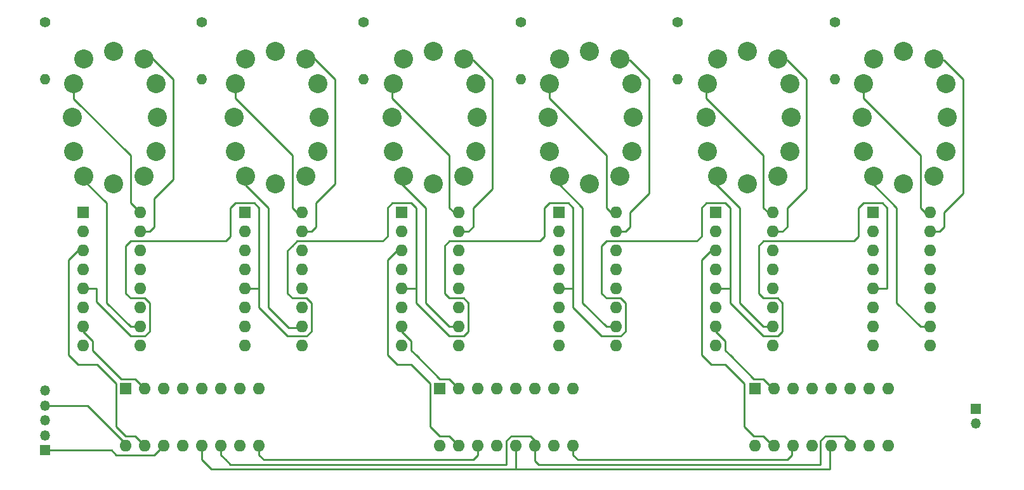
<source format=gbr>
From 2154b240dd549178e672547ee08466f17615c4d7 Mon Sep 17 00:00:00 2001
From: Determinant <ted.sybil@gmail.com>
Date: Sat, 28 Oct 2017 13:00:09 -0400
Subject: add schematic and pcb design

---
 circuits/gbrs/nixie-clock-B.Cu.gbr | 6865 ++++++++++++++++++++++++++++++++++++
 1 file changed, 6865 insertions(+)
 create mode 100644 circuits/gbrs/nixie-clock-B.Cu.gbr

(limited to 'circuits/gbrs/nixie-clock-B.Cu.gbr')

diff --git a/circuits/gbrs/nixie-clock-B.Cu.gbr b/circuits/gbrs/nixie-clock-B.Cu.gbr
new file mode 100644
index 0000000..7724702
--- /dev/null
+++ b/circuits/gbrs/nixie-clock-B.Cu.gbr
@@ -0,0 +1,6865 @@
+G04 #@! TF.FileFunction,Copper,L2,Bot,Signal*
+%FSLAX46Y46*%
+G04 Gerber Fmt 4.6, Leading zero omitted, Abs format (unit mm)*
+G04 Created by KiCad (PCBNEW 4.0.7) date Sun Oct  1 12:43:17 2017*
+%MOMM*%
+%LPD*%
+G01*
+G04 APERTURE LIST*
+%ADD10C,0.100000*%
+%ADD11R,1.350000X1.350000*%
+%ADD12O,1.350000X1.350000*%
+%ADD13C,1.400000*%
+%ADD14O,1.400000X1.400000*%
+%ADD15R,1.600000X1.600000*%
+%ADD16O,1.600000X1.600000*%
+%ADD17C,2.540000*%
+%ADD18C,0.250000*%
+%ADD19C,0.254000*%
+G04 APERTURE END LIST*
+D10*
+D11*
+X165608000Y-76486000D03*
+D12*
+X165608000Y-78486000D03*
+D11*
+X41402000Y-82042000D03*
+D12*
+X41402000Y-80042000D03*
+X41402000Y-78042000D03*
+X41402000Y-76042000D03*
+X41402000Y-74042000D03*
+D13*
+X41402000Y-24892000D03*
+D14*
+X41402000Y-32512000D03*
+D13*
+X62357000Y-24892000D03*
+D14*
+X62357000Y-32512000D03*
+D13*
+X83947000Y-24892000D03*
+D14*
+X83947000Y-32512000D03*
+D13*
+X104902000Y-24892000D03*
+D14*
+X104902000Y-32512000D03*
+D13*
+X125857000Y-24892000D03*
+D14*
+X125857000Y-32512000D03*
+D13*
+X146812000Y-24892000D03*
+D14*
+X146812000Y-32512000D03*
+D15*
+X52197000Y-73787000D03*
+D16*
+X69977000Y-81407000D03*
+X54737000Y-73787000D03*
+X67437000Y-81407000D03*
+X57277000Y-73787000D03*
+X64897000Y-81407000D03*
+X59817000Y-73787000D03*
+X62357000Y-81407000D03*
+X62357000Y-73787000D03*
+X59817000Y-81407000D03*
+X64897000Y-73787000D03*
+X57277000Y-81407000D03*
+X67437000Y-73787000D03*
+X54737000Y-81407000D03*
+X69977000Y-73787000D03*
+X52197000Y-81407000D03*
+D15*
+X94107000Y-73787000D03*
+D16*
+X111887000Y-81407000D03*
+X96647000Y-73787000D03*
+X109347000Y-81407000D03*
+X99187000Y-73787000D03*
+X106807000Y-81407000D03*
+X101727000Y-73787000D03*
+X104267000Y-81407000D03*
+X104267000Y-73787000D03*
+X101727000Y-81407000D03*
+X106807000Y-73787000D03*
+X99187000Y-81407000D03*
+X109347000Y-73787000D03*
+X96647000Y-81407000D03*
+X111887000Y-73787000D03*
+X94107000Y-81407000D03*
+D15*
+X136144000Y-73787000D03*
+D16*
+X153924000Y-81407000D03*
+X138684000Y-73787000D03*
+X151384000Y-81407000D03*
+X141224000Y-73787000D03*
+X148844000Y-81407000D03*
+X143764000Y-73787000D03*
+X146304000Y-81407000D03*
+X146304000Y-73787000D03*
+X143764000Y-81407000D03*
+X148844000Y-73787000D03*
+X141224000Y-81407000D03*
+X151384000Y-73787000D03*
+X138684000Y-81407000D03*
+X153924000Y-73787000D03*
+X136144000Y-81407000D03*
+D15*
+X46482000Y-50292000D03*
+D16*
+X54102000Y-68072000D03*
+X46482000Y-52832000D03*
+X54102000Y-65532000D03*
+X46482000Y-55372000D03*
+X54102000Y-62992000D03*
+X46482000Y-57912000D03*
+X54102000Y-60452000D03*
+X46482000Y-60452000D03*
+X54102000Y-57912000D03*
+X46482000Y-62992000D03*
+X54102000Y-55372000D03*
+X46482000Y-65532000D03*
+X54102000Y-52832000D03*
+X46482000Y-68072000D03*
+X54102000Y-50292000D03*
+D15*
+X68072000Y-50292000D03*
+D16*
+X75692000Y-68072000D03*
+X68072000Y-52832000D03*
+X75692000Y-65532000D03*
+X68072000Y-55372000D03*
+X75692000Y-62992000D03*
+X68072000Y-57912000D03*
+X75692000Y-60452000D03*
+X68072000Y-60452000D03*
+X75692000Y-57912000D03*
+X68072000Y-62992000D03*
+X75692000Y-55372000D03*
+X68072000Y-65532000D03*
+X75692000Y-52832000D03*
+X68072000Y-68072000D03*
+X75692000Y-50292000D03*
+D15*
+X89027000Y-50292000D03*
+D16*
+X96647000Y-68072000D03*
+X89027000Y-52832000D03*
+X96647000Y-65532000D03*
+X89027000Y-55372000D03*
+X96647000Y-62992000D03*
+X89027000Y-57912000D03*
+X96647000Y-60452000D03*
+X89027000Y-60452000D03*
+X96647000Y-57912000D03*
+X89027000Y-62992000D03*
+X96647000Y-55372000D03*
+X89027000Y-65532000D03*
+X96647000Y-52832000D03*
+X89027000Y-68072000D03*
+X96647000Y-50292000D03*
+D15*
+X109982000Y-50292000D03*
+D16*
+X117602000Y-68072000D03*
+X109982000Y-52832000D03*
+X117602000Y-65532000D03*
+X109982000Y-55372000D03*
+X117602000Y-62992000D03*
+X109982000Y-57912000D03*
+X117602000Y-60452000D03*
+X109982000Y-60452000D03*
+X117602000Y-57912000D03*
+X109982000Y-62992000D03*
+X117602000Y-55372000D03*
+X109982000Y-65532000D03*
+X117602000Y-52832000D03*
+X109982000Y-68072000D03*
+X117602000Y-50292000D03*
+D15*
+X130937000Y-50292000D03*
+D16*
+X138557000Y-68072000D03*
+X130937000Y-52832000D03*
+X138557000Y-65532000D03*
+X130937000Y-55372000D03*
+X138557000Y-62992000D03*
+X130937000Y-57912000D03*
+X138557000Y-60452000D03*
+X130937000Y-60452000D03*
+X138557000Y-57912000D03*
+X130937000Y-62992000D03*
+X138557000Y-55372000D03*
+X130937000Y-65532000D03*
+X138557000Y-52832000D03*
+X130937000Y-68072000D03*
+X138557000Y-50292000D03*
+D15*
+X151892000Y-50292000D03*
+D16*
+X159512000Y-68072000D03*
+X151892000Y-52832000D03*
+X159512000Y-65532000D03*
+X151892000Y-55372000D03*
+X159512000Y-62992000D03*
+X151892000Y-57912000D03*
+X159512000Y-60452000D03*
+X151892000Y-60452000D03*
+X159512000Y-57912000D03*
+X151892000Y-62992000D03*
+X159512000Y-55372000D03*
+X151892000Y-65532000D03*
+X159512000Y-52832000D03*
+X151892000Y-68072000D03*
+X159512000Y-50292000D03*
+D17*
+X87917020Y-33093660D03*
+X97279460Y-29776420D03*
+X98963480Y-33093660D03*
+X99090480Y-37592000D03*
+X98963480Y-42090340D03*
+X97279460Y-45407580D03*
+X93281500Y-46408340D03*
+X89283540Y-45407580D03*
+X87917020Y-42090340D03*
+X87790020Y-37592000D03*
+X89283540Y-29776420D03*
+X93281500Y-28775660D03*
+X45245020Y-33093660D03*
+X54607460Y-29776420D03*
+X56291480Y-33093660D03*
+X56418480Y-37592000D03*
+X56291480Y-42090340D03*
+X54607460Y-45407580D03*
+X50609500Y-46408340D03*
+X46611540Y-45407580D03*
+X45245020Y-42090340D03*
+X45118020Y-37592000D03*
+X46611540Y-29776420D03*
+X50609500Y-28775660D03*
+X66835020Y-33093660D03*
+X76197460Y-29776420D03*
+X77881480Y-33093660D03*
+X78008480Y-37592000D03*
+X77881480Y-42090340D03*
+X76197460Y-45407580D03*
+X72199500Y-46408340D03*
+X68201540Y-45407580D03*
+X66835020Y-42090340D03*
+X66708020Y-37592000D03*
+X68201540Y-29776420D03*
+X72199500Y-28775660D03*
+X108745020Y-33093660D03*
+X118107460Y-29776420D03*
+X119791480Y-33093660D03*
+X119918480Y-37592000D03*
+X119791480Y-42090340D03*
+X118107460Y-45407580D03*
+X114109500Y-46408340D03*
+X110111540Y-45407580D03*
+X108745020Y-42090340D03*
+X108618020Y-37592000D03*
+X110111540Y-29776420D03*
+X114109500Y-28775660D03*
+X129827020Y-33093660D03*
+X139189460Y-29776420D03*
+X140873480Y-33093660D03*
+X141000480Y-37592000D03*
+X140873480Y-42090340D03*
+X139189460Y-45407580D03*
+X135191500Y-46408340D03*
+X131193540Y-45407580D03*
+X129827020Y-42090340D03*
+X129700020Y-37592000D03*
+X131193540Y-29776420D03*
+X135191500Y-28775660D03*
+X150655020Y-33093660D03*
+X160017460Y-29776420D03*
+X161701480Y-33093660D03*
+X161828480Y-37592000D03*
+X161701480Y-42090340D03*
+X160017460Y-45407580D03*
+X156019500Y-46408340D03*
+X152021540Y-45407580D03*
+X150655020Y-42090340D03*
+X150528020Y-37592000D03*
+X152021540Y-29776420D03*
+X156019500Y-28775660D03*
+D18*
+X47269400Y-82042000D02*
+X41402000Y-82042000D01*
+X47117000Y-82042000D02*
+X47269400Y-82042000D01*
+X47269400Y-82042000D02*
+X50292000Y-82042000D01*
+X56007000Y-82677000D02*
+X57277000Y-81407000D01*
+X50927000Y-82677000D02*
+X56007000Y-82677000D01*
+X50292000Y-82042000D02*
+X50927000Y-82677000D01*
+X108077000Y-83947000D02*
+X107315000Y-83947000D01*
+X148717000Y-80772000D02*
+X148082000Y-80137000D01*
+X145542000Y-80137000D02*
+X148082000Y-80137000D01*
+X108077000Y-83947000D02*
+X144272000Y-83947000D01*
+X144907000Y-80772000D02*
+X145542000Y-80137000D01*
+X144907000Y-81407000D02*
+X144907000Y-80772000D01*
+X144907000Y-83947000D02*
+X144907000Y-81407000D01*
+X144272000Y-83947000D02*
+X144907000Y-83947000D01*
+X106807000Y-83439000D02*
+X106807000Y-81407000D01*
+X107315000Y-83947000D02*
+X106807000Y-83439000D01*
+X148717000Y-80772000D02*
+X148717000Y-81407000D01*
+X106807000Y-80772000D02*
+X106172000Y-80137000D01*
+X106807000Y-80772000D02*
+X106807000Y-81407000D01*
+X64897000Y-82677000D02*
+X65532000Y-83312000D01*
+X64897000Y-82677000D02*
+X64897000Y-81407000D01*
+X103632000Y-80137000D02*
+X106172000Y-80137000D01*
+X65532000Y-83312000D02*
+X66167000Y-83947000D01*
+X66167000Y-83947000D02*
+X102362000Y-83947000D01*
+X102997000Y-80772000D02*
+X103632000Y-80137000D01*
+X102997000Y-81407000D02*
+X102997000Y-80772000D01*
+X102997000Y-83947000D02*
+X102997000Y-81407000D01*
+X102362000Y-83947000D02*
+X102997000Y-83947000D01*
+X105664000Y-84582000D02*
+X104140000Y-84582000D01*
+X146177000Y-84582000D02*
+X146177000Y-81407000D01*
+X144907000Y-84582000D02*
+X105664000Y-84582000D01*
+X105664000Y-84582000D02*
+X105537000Y-84582000D01*
+X144907000Y-84582000D02*
+X146177000Y-84582000D01*
+X102997000Y-84582000D02*
+X104140000Y-84582000D01*
+X62357000Y-81407000D02*
+X62357000Y-83312000D01*
+X62357000Y-83312000D02*
+X63627000Y-84582000D01*
+X102997000Y-84582000D02*
+X63627000Y-84582000D01*
+X104140000Y-84582000D02*
+X104267000Y-84582000D01*
+X104267000Y-84582000D02*
+X104267000Y-81407000D01*
+X45245020Y-33093660D02*
+X45245020Y-35085020D01*
+X52832000Y-49022000D02*
+X54102000Y-50292000D01*
+X52832000Y-42672000D02*
+X52832000Y-49022000D01*
+X45245020Y-35085020D02*
+X52832000Y-42672000D01*
+X45245020Y-33093660D02*
+X46428660Y-33093660D01*
+X54607460Y-29776420D02*
+X55811420Y-29776420D01*
+X55811420Y-29776420D02*
+X58547000Y-32512000D01*
+X55372000Y-52832000D02*
+X54102000Y-52832000D01*
+X56007000Y-52197000D02*
+X55372000Y-52832000D01*
+X56007000Y-48387000D02*
+X56007000Y-52197000D01*
+X58547000Y-45847000D02*
+X56007000Y-48387000D01*
+X58547000Y-32512000D02*
+X58547000Y-45847000D01*
+X46611540Y-45407580D02*
+X46611540Y-45976540D01*
+X46611540Y-45976540D02*
+X49657000Y-49022000D01*
+X49657000Y-49022000D02*
+X49657000Y-62357000D01*
+X49657000Y-62357000D02*
+X52832000Y-65532000D01*
+X52832000Y-65532000D02*
+X54102000Y-65532000D01*
+X53467000Y-65532000D02*
+X54102000Y-65532000D01*
+X66835020Y-33093660D02*
+X66835020Y-35018980D01*
+X74422000Y-49657000D02*
+X75057000Y-50292000D01*
+X75057000Y-50292000D02*
+X75692000Y-50292000D01*
+X74422000Y-42605960D02*
+X74422000Y-49657000D01*
+X66835020Y-35018980D02*
+X74422000Y-42605960D01*
+X77597000Y-52197000D02*
+X76962000Y-52832000D01*
+X76962000Y-52832000D02*
+X75692000Y-52832000D01*
+X77597000Y-49022000D02*
+X77597000Y-52197000D01*
+X76197460Y-29776420D02*
+X77401420Y-29776420D01*
+X77401420Y-29776420D02*
+X80137000Y-32512000D01*
+X80137000Y-32512000D02*
+X80137000Y-46482000D01*
+X80137000Y-46482000D02*
+X77597000Y-49022000D01*
+X73914000Y-65659000D02*
+X75565000Y-65659000D01*
+X75565000Y-65659000D02*
+X75692000Y-65532000D01*
+X68201540Y-45407580D02*
+X68201540Y-46611540D01*
+X68201540Y-46611540D02*
+X71247000Y-49657000D01*
+X71247000Y-49657000D02*
+X71247000Y-62992000D01*
+X71247000Y-62992000D02*
+X73914000Y-65659000D01*
+X95377000Y-49657000D02*
+X96012000Y-50292000D01*
+X96012000Y-50292000D02*
+X96647000Y-50292000D01*
+X87919560Y-33093660D02*
+X87757000Y-33256220D01*
+X87757000Y-33256220D02*
+X87757000Y-35052000D01*
+X87757000Y-35052000D02*
+X95377000Y-42672000D01*
+X95377000Y-42672000D02*
+X95377000Y-49657000D01*
+X98552000Y-52197000D02*
+X97917000Y-52832000D01*
+X96647000Y-52832000D02*
+X97917000Y-52832000D01*
+X98552000Y-49657000D02*
+X98552000Y-52197000D01*
+X101092000Y-47117000D02*
+X98552000Y-49657000D01*
+X101092000Y-46482000D02*
+X101092000Y-47117000D01*
+X101092000Y-32512000D02*
+X101092000Y-46482000D01*
+X97282000Y-29776420D02*
+X97477580Y-29972000D01*
+X97477580Y-29972000D02*
+X98552000Y-29972000D01*
+X98552000Y-29972000D02*
+X101092000Y-32512000D01*
+X89286080Y-45407580D02*
+X89027000Y-45666660D01*
+X89027000Y-45666660D02*
+X89027000Y-46482000D01*
+X89027000Y-46482000D02*
+X92202000Y-49657000D01*
+X92202000Y-49657000D02*
+X92202000Y-62357000D01*
+X92202000Y-62357000D02*
+X95377000Y-65532000D01*
+X95377000Y-65532000D02*
+X96647000Y-65532000D01*
+X116332000Y-49657000D02*
+X116967000Y-50292000D01*
+X116967000Y-50292000D02*
+X117602000Y-50292000D01*
+X108745020Y-33093660D02*
+X108712000Y-33126680D01*
+X108712000Y-33126680D02*
+X108712000Y-35052000D01*
+X108712000Y-35052000D02*
+X116332000Y-42672000D01*
+X116332000Y-42672000D02*
+X116332000Y-49657000D01*
+X118107460Y-29776420D02*
+X118303040Y-29972000D01*
+X118303040Y-29972000D02*
+X119507000Y-29972000D01*
+X119507000Y-29972000D02*
+X122047000Y-32512000D01*
+X122047000Y-32512000D02*
+X122047000Y-47752000D01*
+X122047000Y-47752000D02*
+X119507000Y-50292000D01*
+X119507000Y-50292000D02*
+X119507000Y-52197000D01*
+X119507000Y-52197000D02*
+X118872000Y-52832000D01*
+X118872000Y-52832000D02*
+X117602000Y-52832000D01*
+X110111540Y-45407580D02*
+X109982000Y-45537120D01*
+X109982000Y-45537120D02*
+X109982000Y-46482000D01*
+X109982000Y-46482000D02*
+X113157000Y-49657000D01*
+X113157000Y-49657000D02*
+X113157000Y-62357000D01*
+X113157000Y-62357000D02*
+X116332000Y-65532000D01*
+X116332000Y-65532000D02*
+X117602000Y-65532000D01*
+X137922000Y-50292000D02*
+X138557000Y-50292000D01*
+X137287000Y-49657000D02*
+X137922000Y-50292000D01*
+X137287000Y-42672000D02*
+X137287000Y-49657000D01*
+X129667000Y-35052000D02*
+X137287000Y-42672000D01*
+X129667000Y-33256220D02*
+X129667000Y-35052000D01*
+X129829560Y-33093660D02*
+X129667000Y-33256220D01*
+X140462000Y-29972000D02*
+X143002000Y-32512000D01*
+X143002000Y-32512000D02*
+X143002000Y-46482000D01*
+X143002000Y-46482000D02*
+X143002000Y-47117000D01*
+X143002000Y-47117000D02*
+X140462000Y-49657000D01*
+X140462000Y-49657000D02*
+X140462000Y-52197000D01*
+X139387580Y-29972000D02*
+X140462000Y-29972000D01*
+X139192000Y-29776420D02*
+X139387580Y-29972000D01*
+X138557000Y-52832000D02*
+X139827000Y-52832000D01*
+X140462000Y-52197000D02*
+X139827000Y-52832000D01*
+X137287000Y-65532000D02*
+X138557000Y-65532000D01*
+X134112000Y-62357000D02*
+X137287000Y-65532000D01*
+X134112000Y-49657000D02*
+X134112000Y-62357000D01*
+X130937000Y-46482000D02*
+X134112000Y-49657000D01*
+X130937000Y-45666660D02*
+X130937000Y-46482000D01*
+X131196080Y-45407580D02*
+X130937000Y-45666660D01*
+X158242000Y-42672000D02*
+X158242000Y-49657000D01*
+X150622000Y-35052000D02*
+X158242000Y-42672000D01*
+X150622000Y-33126680D02*
+X150622000Y-35052000D01*
+X150655020Y-33093660D02*
+X150622000Y-33126680D01*
+X158877000Y-50292000D02*
+X159512000Y-50292000D01*
+X158242000Y-49657000D02*
+X158877000Y-50292000D01*
+X160782000Y-52832000D02*
+X159512000Y-52832000D01*
+X161417000Y-52197000D02*
+X160782000Y-52832000D01*
+X161417000Y-50292000D02*
+X161417000Y-52197000D01*
+X163957000Y-47752000D02*
+X161417000Y-50292000D01*
+X163957000Y-32512000D02*
+X163957000Y-47752000D01*
+X161417000Y-29972000D02*
+X163957000Y-32512000D01*
+X160213040Y-29972000D02*
+X161417000Y-29972000D01*
+X160017460Y-29776420D02*
+X160213040Y-29972000D01*
+X158242000Y-65532000D02*
+X159512000Y-65532000D01*
+X155067000Y-62357000D02*
+X158242000Y-65532000D01*
+X155067000Y-49657000D02*
+X155067000Y-62357000D01*
+X151892000Y-46482000D02*
+X155067000Y-49657000D01*
+X151892000Y-45537120D02*
+X151892000Y-46482000D01*
+X152021540Y-45407580D02*
+X151892000Y-45537120D01*
+X99187000Y-82677000D02*
+X99187000Y-81407000D01*
+X98552000Y-83312000D02*
+X99187000Y-82677000D01*
+X70612000Y-83312000D02*
+X98552000Y-83312000D01*
+X69977000Y-81407000D02*
+X69977000Y-82677000D01*
+X69977000Y-82677000D02*
+X70612000Y-83312000D01*
+X47752000Y-68707000D02*
+X48387000Y-69342000D01*
+X53467000Y-72517000D02*
+X54737000Y-73787000D01*
+X51562000Y-72517000D02*
+X53467000Y-72517000D01*
+X48387000Y-69342000D02*
+X51562000Y-72517000D01*
+X46482000Y-65532000D02*
+X46482000Y-66167000D01*
+X46482000Y-66167000D02*
+X47752000Y-67437000D01*
+X47752000Y-67437000D02*
+X47752000Y-68707000D01*
+X67437000Y-73787000D02*
+X67437000Y-74422000D01*
+X47752000Y-70612000D02*
+X48387000Y-70612000D01*
+X54737000Y-81407000D02*
+X53467000Y-80137000D01*
+X52197000Y-80137000D02*
+X53467000Y-80137000D01*
+X50927000Y-78867000D02*
+X52197000Y-80137000D01*
+X50927000Y-73152000D02*
+X50927000Y-78867000D01*
+X48387000Y-70612000D02*
+X50927000Y-73152000D01*
+X45847000Y-70612000D02*
+X47752000Y-70612000D01*
+X44577000Y-69342000D02*
+X45847000Y-70612000D01*
+X44577000Y-56642000D02*
+X44577000Y-69342000D01*
+X44577000Y-56642000D02*
+X45847000Y-55372000D01*
+X46482000Y-55372000D02*
+X45847000Y-55372000D01*
+X111887000Y-81407000D02*
+X111887000Y-82677000D01*
+X141097000Y-82677000D02*
+X141097000Y-81407000D01*
+X140462000Y-83312000D02*
+X141097000Y-82677000D01*
+X112522000Y-83312000D02*
+X140462000Y-83312000D01*
+X111887000Y-82677000D02*
+X112522000Y-83312000D01*
+X90297000Y-67437000D02*
+X90297000Y-68707000D01*
+X90297000Y-68707000D02*
+X90932000Y-69342000D01*
+X89027000Y-66167000D02*
+X90297000Y-67437000D01*
+X89027000Y-65532000D02*
+X89027000Y-66167000D01*
+X90932000Y-69342000D02*
+X94107000Y-72517000D01*
+X95377000Y-72517000D02*
+X96647000Y-73787000D01*
+X94107000Y-72517000D02*
+X95377000Y-72517000D01*
+X92837000Y-78867000D02*
+X94107000Y-80137000D01*
+X87122000Y-56642000D02*
+X87122000Y-69342000D01*
+X87122000Y-69342000D02*
+X88392000Y-70612000D01*
+X88392000Y-70612000D02*
+X90297000Y-70612000D01*
+X90297000Y-70612000D02*
+X92837000Y-73152000D01*
+X92837000Y-73152000D02*
+X92837000Y-78867000D01*
+X88392000Y-55372000D02*
+X87122000Y-56642000D01*
+X95377000Y-80137000D02*
+X96647000Y-81407000D01*
+X94107000Y-80137000D02*
+X95377000Y-80137000D01*
+X89027000Y-55372000D02*
+X88392000Y-55372000D01*
+X136017000Y-72517000D02*
+X137287000Y-72517000D01*
+X137287000Y-72517000D02*
+X138557000Y-73787000D01*
+X132842000Y-69342000D02*
+X136017000Y-72517000D01*
+X130937000Y-65532000D02*
+X130937000Y-66167000D01*
+X130937000Y-66167000D02*
+X132207000Y-67437000D01*
+X132207000Y-68707000D02*
+X132842000Y-69342000D01*
+X132207000Y-67437000D02*
+X132207000Y-68707000D01*
+X130937000Y-55372000D02*
+X130302000Y-55372000D01*
+X136017000Y-80137000D02*
+X137287000Y-80137000D01*
+X137287000Y-80137000D02*
+X138557000Y-81407000D01*
+X130302000Y-55372000D02*
+X129032000Y-56642000D01*
+X134747000Y-73152000D02*
+X134747000Y-78867000D01*
+X132207000Y-70612000D02*
+X134747000Y-73152000D01*
+X130302000Y-70612000D02*
+X132207000Y-70612000D01*
+X129032000Y-69342000D02*
+X130302000Y-70612000D01*
+X129032000Y-56642000D02*
+X129032000Y-69342000D01*
+X134747000Y-78867000D02*
+X136017000Y-80137000D01*
+X47132500Y-76057500D02*
+X41417500Y-76057500D01*
+X41417500Y-76057500D02*
+X41402000Y-76042000D01*
+X47117000Y-76042000D02*
+X47132500Y-76057500D01*
+X47132500Y-76057500D02*
+X52197000Y-81122000D01*
+X52197000Y-81122000D02*
+X52197000Y-81407000D01*
+X47752000Y-60452000D02*
+X48260000Y-60452000D01*
+X48260000Y-62230000D02*
+X49022000Y-62992000D01*
+X48260000Y-60452000D02*
+X48260000Y-62230000D01*
+X83312000Y-54102000D02*
+X80772000Y-54102000D01*
+X69977000Y-61722000D02*
+X69977000Y-62992000D01*
+X69977000Y-62992000D02*
+X70612000Y-63627000D01*
+X73787000Y-66802000D02*
+X76327000Y-66802000D01*
+X76327000Y-66802000D02*
+X76962000Y-66167000D01*
+X73787000Y-55372000D02*
+X74422000Y-54737000D01*
+X73787000Y-61087000D02*
+X73787000Y-55372000D01*
+X76962000Y-66167000D02*
+X76962000Y-62992000D01*
+X70612000Y-63627000D02*
+X73787000Y-66802000D01*
+X69977000Y-61722000D02*
+X69977000Y-60452000D01*
+X74422000Y-61722000D02*
+X75692000Y-61722000D01*
+X75692000Y-61722000D02*
+X76327000Y-61722000D01*
+X76327000Y-61722000D02*
+X76962000Y-62357000D01*
+X76962000Y-62357000D02*
+X76962000Y-62992000D01*
+X73787000Y-61087000D02*
+X74422000Y-61722000D01*
+X75057000Y-54102000D02*
+X76327000Y-54102000D01*
+X76327000Y-54102000D02*
+X77597000Y-54102000D01*
+X77597000Y-54102000D02*
+X79502000Y-54102000D01*
+X79502000Y-54102000D02*
+X80772000Y-54102000D01*
+X74422000Y-54737000D02*
+X75057000Y-54102000D01*
+X153797000Y-60452000D02*
+X151892000Y-60452000D01*
+X153797000Y-49657000D02*
+X153797000Y-60452000D01*
+X153162000Y-49022000D02*
+X153797000Y-49657000D01*
+X151257000Y-49022000D02*
+X153162000Y-49022000D01*
+X150622000Y-49022000D02*
+X151257000Y-49022000D01*
+X149987000Y-49657000D02*
+X149987000Y-53467000D01*
+X150622000Y-49022000D02*
+X149987000Y-49657000D01*
+X149987000Y-53467000D02*
+X149352000Y-54102000D01*
+X129032000Y-53467000D02*
+X129032000Y-49657000D01*
+X129032000Y-49657000D02*
+X129667000Y-49022000D01*
+X129667000Y-49022000D02*
+X131572000Y-49022000D01*
+X131572000Y-49022000D02*
+X132207000Y-49022000D01*
+X132842000Y-49657000D02*
+X132842000Y-60452000D01*
+X132842000Y-60452000D02*
+X130937000Y-60452000D01*
+X125222000Y-54102000D02*
+X128397000Y-54102000D01*
+X124587000Y-54102000D02*
+X125222000Y-54102000D01*
+X132207000Y-49022000D02*
+X132842000Y-49657000D01*
+X129032000Y-53467000D02*
+X128397000Y-54102000D01*
+X132842000Y-60452000D02*
+X132842000Y-61087000D01*
+X125222000Y-54102000D02*
+X122682000Y-54102000D01*
+X136652000Y-61087000D02*
+X136652000Y-54737000D01*
+X136652000Y-54737000D02*
+X136652000Y-61087000D01*
+X136652000Y-61087000D02*
+X136652000Y-54737000D01*
+X139192000Y-61722000D02*
+X137287000Y-61722000D01*
+X139827000Y-62357000D02*
+X139192000Y-61722000D01*
+X139827000Y-66167000D02*
+X139827000Y-62357000D01*
+X137287000Y-61722000D02*
+X136652000Y-61087000D01*
+X139827000Y-54102000D02*
+X149352000Y-54102000D01*
+X139192000Y-54102000D02*
+X139827000Y-54102000D01*
+X137287000Y-54102000D02*
+X136652000Y-54737000D01*
+X139827000Y-54102000D02*
+X137287000Y-54102000D01*
+X139192000Y-66802000D02*
+X139827000Y-66167000D01*
+X137287000Y-66802000D02*
+X139192000Y-66802000D01*
+X132842000Y-62357000D02*
+X137287000Y-66802000D01*
+X132842000Y-61087000D02*
+X132842000Y-62357000D01*
+X90932000Y-61087000D02*
+X90932000Y-62357000D01*
+X90932000Y-62357000D02*
+X95377000Y-66802000D01*
+X95377000Y-66802000D02*
+X97282000Y-66802000D01*
+X97282000Y-66802000D02*
+X97917000Y-66167000D01*
+X97917000Y-54102000D02*
+X95377000Y-54102000D01*
+X95377000Y-54102000D02*
+X94742000Y-54737000D01*
+X97282000Y-54102000D02*
+X97917000Y-54102000D01*
+X97917000Y-54102000D02*
+X107442000Y-54102000D01*
+X95377000Y-61722000D02*
+X94742000Y-61087000D01*
+X97917000Y-66167000D02*
+X97917000Y-62357000D01*
+X97917000Y-62357000D02*
+X97282000Y-61722000D01*
+X97282000Y-61722000D02*
+X95377000Y-61722000D01*
+X94742000Y-61087000D02*
+X94742000Y-54737000D01*
+X94742000Y-54737000D02*
+X94742000Y-61087000D01*
+X94742000Y-61087000D02*
+X94742000Y-54737000D01*
+X90932000Y-60452000D02*
+X90932000Y-61087000D01*
+X87122000Y-53467000D02*
+X86487000Y-54102000D01*
+X90297000Y-49022000D02*
+X90932000Y-49657000D01*
+X82677000Y-54102000D02*
+X83312000Y-54102000D01*
+X83312000Y-54102000D02*
+X86487000Y-54102000D01*
+X90932000Y-60452000D02*
+X89027000Y-60452000D01*
+X90932000Y-49657000D02*
+X90932000Y-60452000D01*
+X89662000Y-49022000D02*
+X90297000Y-49022000D01*
+X87757000Y-49022000D02*
+X89662000Y-49022000D01*
+X87122000Y-49657000D02*
+X87757000Y-49022000D01*
+X87122000Y-53467000D02*
+X87122000Y-49657000D01*
+X115697000Y-66802000D02*
+X116332000Y-66802000D01*
+X116332000Y-66802000D02*
+X118237000Y-66802000D01*
+X118237000Y-66802000D02*
+X118872000Y-66167000D01*
+X116332000Y-54102000D02*
+X122682000Y-54102000D01*
+X118872000Y-66167000D02*
+X118872000Y-62357000D01*
+X118872000Y-62357000D02*
+X118237000Y-61722000D01*
+X118237000Y-61722000D02*
+X116967000Y-61722000D01*
+X116967000Y-61722000D02*
+X116332000Y-61722000D01*
+X116332000Y-61722000D02*
+X115697000Y-61087000D01*
+X115697000Y-61087000D02*
+X115697000Y-55372000D01*
+X115697000Y-55372000D02*
+X115697000Y-54737000D01*
+X115697000Y-54737000D02*
+X116332000Y-54102000D01*
+X111887000Y-62357000D02*
+X111887000Y-62992000D01*
+X111887000Y-62992000D02*
+X115697000Y-66802000D01*
+X111887000Y-61722000D02*
+X111887000Y-62357000D01*
+X111887000Y-61087000D02*
+X111887000Y-61722000D01*
+X111887000Y-60452000D02*
+X111887000Y-61087000D01*
+X108077000Y-53467000D02*
+X107442000Y-54102000D01*
+X108712000Y-49022000D02*
+X108077000Y-49657000D01*
+X108077000Y-49657000D02*
+X108077000Y-53467000D01*
+X108712000Y-49022000D02*
+X109347000Y-49022000D01*
+X109347000Y-49022000D02*
+X111252000Y-49022000D01*
+X111252000Y-49022000D02*
+X111887000Y-49657000D01*
+X111887000Y-49657000D02*
+X111887000Y-60452000D01*
+X111887000Y-60452000D02*
+X109982000Y-60452000D01*
+X52832000Y-54102000D02*
+X54737000Y-54102000D01*
+X49022000Y-62992000D02*
+X52832000Y-66802000D01*
+X52832000Y-66802000D02*
+X54737000Y-66802000D01*
+X54737000Y-66802000D02*
+X55372000Y-66167000D01*
+X55372000Y-66167000D02*
+X55372000Y-62357000D01*
+X55372000Y-62357000D02*
+X54737000Y-61722000D01*
+X54737000Y-61722000D02*
+X52832000Y-61722000D01*
+X52197000Y-61087000D02*
+X52197000Y-54737000D01*
+X52197000Y-54737000D02*
+X52832000Y-54102000D01*
+X54737000Y-54102000D02*
+X65532000Y-54102000D01*
+X65532000Y-54102000D02*
+X66167000Y-53467000D01*
+X66167000Y-53467000D02*
+X66167000Y-50292000D01*
+X69977000Y-50292000D02*
+X69977000Y-59817000D01*
+X69977000Y-59817000D02*
+X69977000Y-60452000D01*
+X66167000Y-49657000D02*
+X66802000Y-49022000D01*
+X66802000Y-49022000D02*
+X68707000Y-49022000D01*
+X68707000Y-49022000D02*
+X69342000Y-49022000D01*
+X69342000Y-49022000D02*
+X69977000Y-49657000D01*
+X69977000Y-49657000D02*
+X69977000Y-50292000D01*
+X66167000Y-50292000D02*
+X66167000Y-49657000D01*
+X52832000Y-61722000D02*
+X52197000Y-61087000D01*
+X46482000Y-60452000D02*
+X47752000Y-60452000D01*
+X68072000Y-60452000D02*
+X69977000Y-60452000D01*
+D19*
+G36*
+X40646771Y-23759582D02*
+X40270902Y-24134796D01*
+X40067232Y-24625287D01*
+X40066769Y-25156383D01*
+X40269582Y-25647229D01*
+X40644796Y-26023098D01*
+X41135287Y-26226768D01*
+X41666383Y-26227231D01*
+X42157229Y-26024418D01*
+X42533098Y-25649204D01*
+X42736768Y-25158713D01*
+X42737231Y-24627617D01*
+X42534418Y-24136771D01*
+X42159204Y-23760902D01*
+X41699462Y-23570000D01*
+X62060595Y-23570000D01*
+X61601771Y-23759582D01*
+X61225902Y-24134796D01*
+X61022232Y-24625287D01*
+X61021769Y-25156383D01*
+X61224582Y-25647229D01*
+X61599796Y-26023098D01*
+X62090287Y-26226768D01*
+X62621383Y-26227231D01*
+X63112229Y-26024418D01*
+X63488098Y-25649204D01*
+X63691768Y-25158713D01*
+X63692231Y-24627617D01*
+X63489418Y-24136771D01*
+X63114204Y-23760902D01*
+X62654462Y-23570000D01*
+X83650595Y-23570000D01*
+X83191771Y-23759582D01*
+X82815902Y-24134796D01*
+X82612232Y-24625287D01*
+X82611769Y-25156383D01*
+X82814582Y-25647229D01*
+X83189796Y-26023098D01*
+X83680287Y-26226768D01*
+X84211383Y-26227231D01*
+X84702229Y-26024418D01*
+X85078098Y-25649204D01*
+X85281768Y-25158713D01*
+X85282231Y-24627617D01*
+X85079418Y-24136771D01*
+X84704204Y-23760902D01*
+X84244462Y-23570000D01*
+X104605595Y-23570000D01*
+X104146771Y-23759582D01*
+X103770902Y-24134796D01*
+X103567232Y-24625287D01*
+X103566769Y-25156383D01*
+X103769582Y-25647229D01*
+X104144796Y-26023098D01*
+X104635287Y-26226768D01*
+X105166383Y-26227231D01*
+X105657229Y-26024418D01*
+X106033098Y-25649204D01*
+X106236768Y-25158713D01*
+X106237231Y-24627617D01*
+X106034418Y-24136771D01*
+X105659204Y-23760902D01*
+X105199462Y-23570000D01*
+X125560595Y-23570000D01*
+X125101771Y-23759582D01*
+X124725902Y-24134796D01*
+X124522232Y-24625287D01*
+X124521769Y-25156383D01*
+X124724582Y-25647229D01*
+X125099796Y-26023098D01*
+X125590287Y-26226768D01*
+X126121383Y-26227231D01*
+X126612229Y-26024418D01*
+X126988098Y-25649204D01*
+X127191768Y-25158713D01*
+X127192231Y-24627617D01*
+X126989418Y-24136771D01*
+X126614204Y-23760902D01*
+X126154462Y-23570000D01*
+X146515595Y-23570000D01*
+X146056771Y-23759582D01*
+X145680902Y-24134796D01*
+X145477232Y-24625287D01*
+X145476769Y-25156383D01*
+X145679582Y-25647229D01*
+X146054796Y-26023098D01*
+X146545287Y-26226768D01*
+X147076383Y-26227231D01*
+X147567229Y-26024418D01*
+X147943098Y-25649204D01*
+X148146768Y-25158713D01*
+X148147231Y-24627617D01*
+X147944418Y-24136771D01*
+X147569204Y-23760902D01*
+X147109462Y-23570000D01*
+X166808069Y-23570000D01*
+X167572989Y-23722152D01*
+X168162170Y-24115830D01*
+X168555848Y-24705011D01*
+X168708000Y-25469931D01*
+X168708000Y-83750069D01*
+X168555848Y-84514989D01*
+X168162170Y-85104170D01*
+X167572989Y-85497848D01*
+X166808069Y-85650000D01*
+X40709931Y-85650000D01*
+X39945011Y-85497848D01*
+X39355830Y-85104170D01*
+X38962152Y-84514989D01*
+X38810000Y-83750069D01*
+X38810000Y-74042000D01*
+X40066336Y-74042000D01*
+X40166054Y-74543315D01*
+X40450026Y-74968310D01*
+X40560311Y-75042000D01*
+X40450026Y-75115690D01*
+X40166054Y-75540685D01*
+X40066336Y-76042000D01*
+X40166054Y-76543315D01*
+X40450026Y-76968310D01*
+X40560311Y-77042000D01*
+X40450026Y-77115690D01*
+X40166054Y-77540685D01*
+X40066336Y-78042000D01*
+X40166054Y-78543315D01*
+X40450026Y-78968310D01*
+X40560311Y-79042000D01*
+X40450026Y-79115690D01*
+X40166054Y-79540685D01*
+X40066336Y-80042000D01*
+X40166054Y-80543315D01*
+X40367008Y-80844064D01*
+X40275559Y-80902910D01*
+X40130569Y-81115110D01*
+X40079560Y-81367000D01*
+X40079560Y-82717000D01*
+X40123838Y-82952317D01*
+X40262910Y-83168441D01*
+X40475110Y-83313431D01*
+X40727000Y-83364440D01*
+X42077000Y-83364440D01*
+X42312317Y-83320162D01*
+X42528441Y-83181090D01*
+X42673431Y-82968890D01*
+X42707227Y-82802000D01*
+X49977198Y-82802000D01*
+X50389599Y-83214401D01*
+X50636161Y-83379148D01*
+X50927000Y-83437000D01*
+X56007000Y-83437000D01*
+X56297839Y-83379148D01*
+X56544401Y-83214401D01*
+X56953114Y-82805688D01*
+X57277000Y-82870113D01*
+X57826151Y-82760880D01*
+X58291698Y-82449811D01*
+X58561986Y-82045297D01*
+X58664611Y-82262134D01*
+X59079577Y-82638041D01*
+X59467961Y-82798904D01*
+X59690000Y-82676915D01*
+X59690000Y-81534000D01*
+X59670000Y-81534000D01*
+X59670000Y-81280000D01*
+X59690000Y-81280000D01*
+X59690000Y-80137085D01*
+X59467961Y-80015096D01*
+X59079577Y-80175959D01*
+X58664611Y-80551866D01*
+X58561986Y-80768703D01*
+X58291698Y-80364189D01*
+X57826151Y-80053120D01*
+X57277000Y-79943887D01*
+X56727849Y-80053120D01*
+X56262302Y-80364189D01*
+X56007000Y-80746275D01*
+X55751698Y-80364189D01*
+X55286151Y-80053120D01*
+X54737000Y-79943887D01*
+X54413114Y-80008312D01*
+X54004401Y-79599599D01*
+X53757839Y-79434852D01*
+X53467000Y-79377000D01*
+X52511802Y-79377000D01*
+X51687000Y-78552198D01*
+X51687000Y-75234440D01*
+X52997000Y-75234440D01*
+X53232317Y-75190162D01*
+X53448441Y-75051090D01*
+X53593431Y-74838890D01*
+X53624815Y-74683911D01*
+X53722302Y-74829811D01*
+X54187849Y-75140880D01*
+X54737000Y-75250113D01*
+X55286151Y-75140880D01*
+X55751698Y-74829811D01*
+X56007000Y-74447725D01*
+X56262302Y-74829811D01*
+X56727849Y-75140880D01*
+X57277000Y-75250113D01*
+X57826151Y-75140880D01*
+X58291698Y-74829811D01*
+X58547000Y-74447725D01*
+X58802302Y-74829811D01*
+X59267849Y-75140880D01*
+X59817000Y-75250113D01*
+X60366151Y-75140880D01*
+X60831698Y-74829811D01*
+X61087000Y-74447725D01*
+X61342302Y-74829811D01*
+X61807849Y-75140880D01*
+X62357000Y-75250113D01*
+X62906151Y-75140880D01*
+X63371698Y-74829811D01*
+X63627000Y-74447725D01*
+X63882302Y-74829811D01*
+X64347849Y-75140880D01*
+X64897000Y-75250113D01*
+X65446151Y-75140880D01*
+X65911698Y-74829811D01*
+X66167000Y-74447725D01*
+X66422302Y-74829811D01*
+X66887849Y-75140880D01*
+X67437000Y-75250113D01*
+X67986151Y-75140880D01*
+X68451698Y-74829811D01*
+X68721986Y-74425297D01*
+X68824611Y-74642134D01*
+X69239577Y-75018041D01*
+X69627961Y-75178904D01*
+X69850000Y-75056915D01*
+X69850000Y-73914000D01*
+X70104000Y-73914000D01*
+X70104000Y-75056915D01*
+X70326039Y-75178904D01*
+X70714423Y-75018041D01*
+X71129389Y-74642134D01*
+X71368914Y-74136041D01*
+X71247629Y-73914000D01*
+X70104000Y-73914000D01*
+X69850000Y-73914000D01*
+X69830000Y-73914000D01*
+X69830000Y-73660000D01*
+X69850000Y-73660000D01*
+X69850000Y-72517085D01*
+X70104000Y-72517085D01*
+X70104000Y-73660000D01*
+X71247629Y-73660000D01*
+X71368914Y-73437959D01*
+X71129389Y-72931866D01*
+X70714423Y-72555959D01*
+X70326039Y-72395096D01*
+X70104000Y-72517085D01*
+X69850000Y-72517085D01*
+X69627961Y-72395096D01*
+X69239577Y-72555959D01*
+X68824611Y-72931866D01*
+X68721986Y-73148703D01*
+X68451698Y-72744189D01*
+X67986151Y-72433120D01*
+X67437000Y-72323887D01*
+X66887849Y-72433120D01*
+X66422302Y-72744189D01*
+X66167000Y-73126275D01*
+X65911698Y-72744189D01*
+X65446151Y-72433120D01*
+X64897000Y-72323887D01*
+X64347849Y-72433120D01*
+X63882302Y-72744189D01*
+X63627000Y-73126275D01*
+X63371698Y-72744189D01*
+X62906151Y-72433120D01*
+X62357000Y-72323887D01*
+X61807849Y-72433120D01*
+X61342302Y-72744189D01*
+X61087000Y-73126275D01*
+X60831698Y-72744189D01*
+X60366151Y-72433120D01*
+X59817000Y-72323887D01*
+X59267849Y-72433120D01*
+X58802302Y-72744189D01*
+X58547000Y-73126275D01*
+X58291698Y-72744189D01*
+X57826151Y-72433120D01*
+X57277000Y-72323887D01*
+X56727849Y-72433120D01*
+X56262302Y-72744189D01*
+X56007000Y-73126275D01*
+X55751698Y-72744189D01*
+X55286151Y-72433120D01*
+X54737000Y-72323887D01*
+X54413114Y-72388312D01*
+X54004401Y-71979599D01*
+X53757839Y-71814852D01*
+X53467000Y-71757000D01*
+X51876802Y-71757000D01*
+X48512000Y-68392198D01*
+X48512000Y-67437000D01*
+X48454148Y-67146161D01*
+X48454148Y-67146160D01*
+X48289401Y-66899599D01*
+X47689711Y-66299909D01*
+X47835880Y-66081151D01*
+X47945113Y-65532000D01*
+X47835880Y-64982849D01*
+X47524811Y-64517302D01*
+X47142725Y-64262000D01*
+X47524811Y-64006698D01*
+X47835880Y-63541151D01*
+X47945113Y-62992000D01*
+X47944595Y-62989397D01*
+X52294599Y-67339401D01*
+X52541161Y-67504148D01*
+X52743821Y-67544460D01*
+X52638887Y-68072000D01*
+X52748120Y-68621151D01*
+X53059189Y-69086698D01*
+X53524736Y-69397767D01*
+X54073887Y-69507000D01*
+X54130113Y-69507000D01*
+X54679264Y-69397767D01*
+X55144811Y-69086698D01*
+X55455880Y-68621151D01*
+X55565113Y-68072000D01*
+X55455880Y-67522849D01*
+X55309711Y-67304091D01*
+X55909401Y-66704401D01*
+X56074148Y-66457839D01*
+X56132000Y-66167000D01*
+X56132000Y-62357000D01*
+X56074148Y-62066161D01*
+X55909401Y-61819599D01*
+X55307462Y-61217660D01*
+X55333041Y-61189423D01*
+X55493904Y-60801039D01*
+X55371915Y-60579000D01*
+X54229000Y-60579000D01*
+X54229000Y-60599000D01*
+X53975000Y-60599000D01*
+X53975000Y-60579000D01*
+X53955000Y-60579000D01*
+X53955000Y-60325000D01*
+X53975000Y-60325000D01*
+X53975000Y-60305000D01*
+X54229000Y-60305000D01*
+X54229000Y-60325000D01*
+X55371915Y-60325000D01*
+X55493904Y-60102961D01*
+X55333041Y-59714577D01*
+X54957134Y-59299611D01*
+X54740297Y-59196986D01*
+X55144811Y-58926698D01*
+X55455880Y-58461151D01*
+X55565113Y-57912000D01*
+X55455880Y-57362849D01*
+X55144811Y-56897302D01*
+X54762725Y-56642000D01*
+X55144811Y-56386698D01*
+X55455880Y-55921151D01*
+X55565113Y-55372000D01*
+X55463668Y-54862000D01*
+X65532000Y-54862000D01*
+X65822839Y-54804148D01*
+X66069401Y-54639401D01*
+X66704401Y-54004401D01*
+X66869148Y-53757839D01*
+X66892241Y-53641742D01*
+X67029189Y-53846698D01*
+X67411275Y-54102000D01*
+X67029189Y-54357302D01*
+X66718120Y-54822849D01*
+X66608887Y-55372000D01*
+X66718120Y-55921151D01*
+X67029189Y-56386698D01*
+X67411275Y-56642000D01*
+X67029189Y-56897302D01*
+X66718120Y-57362849D01*
+X66608887Y-57912000D01*
+X66718120Y-58461151D01*
+X67029189Y-58926698D01*
+X67411275Y-59182000D01*
+X67029189Y-59437302D01*
+X66718120Y-59902849D01*
+X66608887Y-60452000D01*
+X66718120Y-61001151D01*
+X67029189Y-61466698D01*
+X67411275Y-61722000D01*
+X67029189Y-61977302D01*
+X66718120Y-62442849D01*
+X66608887Y-62992000D01*
+X66718120Y-63541151D01*
+X67029189Y-64006698D01*
+X67411275Y-64262000D01*
+X67029189Y-64517302D01*
+X66718120Y-64982849D01*
+X66608887Y-65532000D01*
+X66718120Y-66081151D01*
+X67029189Y-66546698D01*
+X67411275Y-66802000D01*
+X67029189Y-67057302D01*
+X66718120Y-67522849D01*
+X66608887Y-68072000D01*
+X66718120Y-68621151D01*
+X67029189Y-69086698D01*
+X67494736Y-69397767D01*
+X68043887Y-69507000D01*
+X68100113Y-69507000D01*
+X68649264Y-69397767D01*
+X69114811Y-69086698D01*
+X69425880Y-68621151D01*
+X69535113Y-68072000D01*
+X69425880Y-67522849D01*
+X69114811Y-67057302D01*
+X68732725Y-66802000D01*
+X69114811Y-66546698D01*
+X69425880Y-66081151D01*
+X69535113Y-65532000D01*
+X69425880Y-64982849D01*
+X69114811Y-64517302D01*
+X68732725Y-64262000D01*
+X69114811Y-64006698D01*
+X69425880Y-63541151D01*
+X69430828Y-63516275D01*
+X69439599Y-63529401D01*
+X73249599Y-67339401D01*
+X73496161Y-67504148D01*
+X73787000Y-67562000D01*
+X74330332Y-67562000D01*
+X74228887Y-68072000D01*
+X74338120Y-68621151D01*
+X74649189Y-69086698D01*
+X75114736Y-69397767D01*
+X75663887Y-69507000D01*
+X75720113Y-69507000D01*
+X76269264Y-69397767D01*
+X76734811Y-69086698D01*
+X77045880Y-68621151D01*
+X77155113Y-68072000D01*
+X77045880Y-67522849D01*
+X76899711Y-67304091D01*
+X77499401Y-66704401D01*
+X77664148Y-66457839D01*
+X77722000Y-66167000D01*
+X77722000Y-62357000D01*
+X77664148Y-62066161D01*
+X77499401Y-61819599D01*
+X76897462Y-61217660D01*
+X76923041Y-61189423D01*
+X77083904Y-60801039D01*
+X76961915Y-60579000D01*
+X75819000Y-60579000D01*
+X75819000Y-60599000D01*
+X75565000Y-60599000D01*
+X75565000Y-60579000D01*
+X75545000Y-60579000D01*
+X75545000Y-60325000D01*
+X75565000Y-60325000D01*
+X75565000Y-60305000D01*
+X75819000Y-60305000D01*
+X75819000Y-60325000D01*
+X76961915Y-60325000D01*
+X77083904Y-60102961D01*
+X76923041Y-59714577D01*
+X76547134Y-59299611D01*
+X76330297Y-59196986D01*
+X76734811Y-58926698D01*
+X77045880Y-58461151D01*
+X77155113Y-57912000D01*
+X77045880Y-57362849D01*
+X76734811Y-56897302D01*
+X76352725Y-56642000D01*
+X76734811Y-56386698D01*
+X77045880Y-55921151D01*
+X77155113Y-55372000D01*
+X77053668Y-54862000D01*
+X86487000Y-54862000D01*
+X86777839Y-54804148D01*
+X87024401Y-54639401D01*
+X87659401Y-54004401D01*
+X87824148Y-53757839D01*
+X87847241Y-53641742D01*
+X87984189Y-53846698D01*
+X88366275Y-54102000D01*
+X87984189Y-54357302D01*
+X87673120Y-54822849D01*
+X87625141Y-55064057D01*
+X86584599Y-56104599D01*
+X86419852Y-56351161D01*
+X86362000Y-56642000D01*
+X86362000Y-69342000D01*
+X86419852Y-69632839D01*
+X86584599Y-69879401D01*
+X87854599Y-71149401D01*
+X88101160Y-71314148D01*
+X88392000Y-71372000D01*
+X89982198Y-71372000D01*
+X92077000Y-73466802D01*
+X92077000Y-78867000D01*
+X92134852Y-79157839D01*
+X92299599Y-79404401D01*
+X93192462Y-80297264D01*
+X93092302Y-80364189D01*
+X92781233Y-80829736D01*
+X92672000Y-81378887D01*
+X92672000Y-81435113D01*
+X92781233Y-81984264D01*
+X93092302Y-82449811D01*
+X93245238Y-82552000D01*
+X70926802Y-82552000D01*
+X70891538Y-82516736D01*
+X70991698Y-82449811D01*
+X71302767Y-81984264D01*
+X71412000Y-81435113D01*
+X71412000Y-81378887D01*
+X71302767Y-80829736D01*
+X70991698Y-80364189D01*
+X70526151Y-80053120D01*
+X69977000Y-79943887D01*
+X69427849Y-80053120D01*
+X68962302Y-80364189D01*
+X68707000Y-80746275D01*
+X68451698Y-80364189D01*
+X67986151Y-80053120D01*
+X67437000Y-79943887D01*
+X66887849Y-80053120D01*
+X66422302Y-80364189D01*
+X66167000Y-80746275D01*
+X65911698Y-80364189D01*
+X65446151Y-80053120D01*
+X64897000Y-79943887D01*
+X64347849Y-80053120D01*
+X63882302Y-80364189D01*
+X63627000Y-80746275D01*
+X63371698Y-80364189D01*
+X62906151Y-80053120D01*
+X62357000Y-79943887D01*
+X61807849Y-80053120D01*
+X61342302Y-80364189D01*
+X61072014Y-80768703D01*
+X60969389Y-80551866D01*
+X60554423Y-80175959D01*
+X60166039Y-80015096D01*
+X59944000Y-80137085D01*
+X59944000Y-81280000D01*
+X59964000Y-81280000D01*
+X59964000Y-81534000D01*
+X59944000Y-81534000D01*
+X59944000Y-82676915D01*
+X60166039Y-82798904D01*
+X60554423Y-82638041D01*
+X60969389Y-82262134D01*
+X61072014Y-82045297D01*
+X61342302Y-82449811D01*
+X61597000Y-82619995D01*
+X61597000Y-83312000D01*
+X61654852Y-83602839D01*
+X61819599Y-83849401D01*
+X63089599Y-85119401D01*
+X63336160Y-85284148D01*
+X63627000Y-85342000D01*
+X146177000Y-85342000D01*
+X146467839Y-85284148D01*
+X146714401Y-85119401D01*
+X146879148Y-84872839D01*
+X146937000Y-84582000D01*
+X146937000Y-82704854D01*
+X147318698Y-82449811D01*
+X147574000Y-82067725D01*
+X147829302Y-82449811D01*
+X148294849Y-82760880D01*
+X148844000Y-82870113D01*
+X149393151Y-82760880D01*
+X149858698Y-82449811D01*
+X150114000Y-82067725D01*
+X150369302Y-82449811D01*
+X150834849Y-82760880D01*
+X151384000Y-82870113D01*
+X151933151Y-82760880D01*
+X152398698Y-82449811D01*
+X152654000Y-82067725D01*
+X152909302Y-82449811D01*
+X153374849Y-82760880D01*
+X153924000Y-82870113D01*
+X154473151Y-82760880D01*
+X154938698Y-82449811D01*
+X155249767Y-81984264D01*
+X155359000Y-81435113D01*
+X155359000Y-81378887D01*
+X155249767Y-80829736D01*
+X154938698Y-80364189D01*
+X154473151Y-80053120D01*
+X153924000Y-79943887D01*
+X153374849Y-80053120D01*
+X152909302Y-80364189D01*
+X152654000Y-80746275D01*
+X152398698Y-80364189D01*
+X151933151Y-80053120D01*
+X151384000Y-79943887D01*
+X150834849Y-80053120D01*
+X150369302Y-80364189D01*
+X150114000Y-80746275D01*
+X149858698Y-80364189D01*
+X149393151Y-80053120D01*
+X148993408Y-79973606D01*
+X148619401Y-79599599D01*
+X148372839Y-79434852D01*
+X148082000Y-79377000D01*
+X145542000Y-79377000D01*
+X145251161Y-79434852D01*
+X145004599Y-79599599D01*
+X144449673Y-80154525D01*
+X144113039Y-80015096D01*
+X143891000Y-80137085D01*
+X143891000Y-81280000D01*
+X143911000Y-81280000D01*
+X143911000Y-81534000D01*
+X143891000Y-81534000D01*
+X143891000Y-82676915D01*
+X144113039Y-82798904D01*
+X144147000Y-82784838D01*
+X144147000Y-83187000D01*
+X141652710Y-83187000D01*
+X141799148Y-82967839D01*
+X141850610Y-82709123D01*
+X142238698Y-82449811D01*
+X142508986Y-82045297D01*
+X142611611Y-82262134D01*
+X143026577Y-82638041D01*
+X143414961Y-82798904D01*
+X143637000Y-82676915D01*
+X143637000Y-81534000D01*
+X143617000Y-81534000D01*
+X143617000Y-81280000D01*
+X143637000Y-81280000D01*
+X143637000Y-80137085D01*
+X143414961Y-80015096D01*
+X143026577Y-80175959D01*
+X142611611Y-80551866D01*
+X142508986Y-80768703D01*
+X142238698Y-80364189D01*
+X141773151Y-80053120D01*
+X141224000Y-79943887D01*
+X140674849Y-80053120D01*
+X140209302Y-80364189D01*
+X139954000Y-80746275D01*
+X139698698Y-80364189D01*
+X139233151Y-80053120D01*
+X138684000Y-79943887D01*
+X138254185Y-80029383D01*
+X137824401Y-79599599D01*
+X137577839Y-79434852D01*
+X137287000Y-79377000D01*
+X136331802Y-79377000D01*
+X135770202Y-78815400D01*
+X164340090Y-78815400D01*
+X164478522Y-79149633D01*
+X164818460Y-79531349D01*
+X165278598Y-79753920D01*
+X165481000Y-79631090D01*
+X165481000Y-78613000D01*
+X165735000Y-78613000D01*
+X165735000Y-79631090D01*
+X165937402Y-79753920D01*
+X166397540Y-79531349D01*
+X166737478Y-79149633D01*
+X166875910Y-78815400D01*
+X166752224Y-78613000D01*
+X165735000Y-78613000D01*
+X165481000Y-78613000D01*
+X164463776Y-78613000D01*
+X164340090Y-78815400D01*
+X135770202Y-78815400D01*
+X135507000Y-78552198D01*
+X135507000Y-75811000D01*
+X164285560Y-75811000D01*
+X164285560Y-77161000D01*
+X164329838Y-77396317D01*
+X164468910Y-77612441D01*
+X164591113Y-77695939D01*
+X164478522Y-77822367D01*
+X164340090Y-78156600D01*
+X164463776Y-78359000D01*
+X165481000Y-78359000D01*
+X165481000Y-78339000D01*
+X165735000Y-78339000D01*
+X165735000Y-78359000D01*
+X166752224Y-78359000D01*
+X166875910Y-78156600D01*
+X166737478Y-77822367D01*
+X166624687Y-77695715D01*
+X166734441Y-77625090D01*
+X166879431Y-77412890D01*
+X166930440Y-77161000D01*
+X166930440Y-75811000D01*
+X166886162Y-75575683D01*
+X166747090Y-75359559D01*
+X166534890Y-75214569D01*
+X166283000Y-75163560D01*
+X164933000Y-75163560D01*
+X164697683Y-75207838D01*
+X164481559Y-75346910D01*
+X164336569Y-75559110D01*
+X164285560Y-75811000D01*
+X135507000Y-75811000D01*
+X135507000Y-75234440D01*
+X136944000Y-75234440D01*
+X137179317Y-75190162D01*
+X137395441Y-75051090D01*
+X137540431Y-74838890D01*
+X137571815Y-74683911D01*
+X137669302Y-74829811D01*
+X138134849Y-75140880D01*
+X138684000Y-75250113D01*
+X139233151Y-75140880D01*
+X139698698Y-74829811D01*
+X139954000Y-74447725D01*
+X140209302Y-74829811D01*
+X140674849Y-75140880D01*
+X141224000Y-75250113D01*
+X141773151Y-75140880D01*
+X142238698Y-74829811D01*
+X142494000Y-74447725D01*
+X142749302Y-74829811D01*
+X143214849Y-75140880D01*
+X143764000Y-75250113D01*
+X144313151Y-75140880D01*
+X144778698Y-74829811D01*
+X145034000Y-74447725D01*
+X145289302Y-74829811D01*
+X145754849Y-75140880D01*
+X146304000Y-75250113D01*
+X146853151Y-75140880D01*
+X147318698Y-74829811D01*
+X147574000Y-74447725D01*
+X147829302Y-74829811D01*
+X148294849Y-75140880D01*
+X148844000Y-75250113D01*
+X149393151Y-75140880D01*
+X149858698Y-74829811D01*
+X150114000Y-74447725D01*
+X150369302Y-74829811D01*
+X150834849Y-75140880D01*
+X151384000Y-75250113D01*
+X151933151Y-75140880D01*
+X152398698Y-74829811D01*
+X152668986Y-74425297D01*
+X152771611Y-74642134D01*
+X153186577Y-75018041D01*
+X153574961Y-75178904D01*
+X153797000Y-75056915D01*
+X153797000Y-73914000D01*
+X154051000Y-73914000D01*
+X154051000Y-75056915D01*
+X154273039Y-75178904D01*
+X154661423Y-75018041D01*
+X155076389Y-74642134D01*
+X155315914Y-74136041D01*
+X155194629Y-73914000D01*
+X154051000Y-73914000D01*
+X153797000Y-73914000D01*
+X153777000Y-73914000D01*
+X153777000Y-73660000D01*
+X153797000Y-73660000D01*
+X153797000Y-72517085D01*
+X154051000Y-72517085D01*
+X154051000Y-73660000D01*
+X155194629Y-73660000D01*
+X155315914Y-73437959D01*
+X155076389Y-72931866D01*
+X154661423Y-72555959D01*
+X154273039Y-72395096D01*
+X154051000Y-72517085D01*
+X153797000Y-72517085D01*
+X153574961Y-72395096D01*
+X153186577Y-72555959D01*
+X152771611Y-72931866D01*
+X152668986Y-73148703D01*
+X152398698Y-72744189D01*
+X151933151Y-72433120D01*
+X151384000Y-72323887D01*
+X150834849Y-72433120D01*
+X150369302Y-72744189D01*
+X150114000Y-73126275D01*
+X149858698Y-72744189D01*
+X149393151Y-72433120D01*
+X148844000Y-72323887D01*
+X148294849Y-72433120D01*
+X147829302Y-72744189D01*
+X147574000Y-73126275D01*
+X147318698Y-72744189D01*
+X146853151Y-72433120D01*
+X146304000Y-72323887D01*
+X145754849Y-72433120D01*
+X145289302Y-72744189D01*
+X145034000Y-73126275D01*
+X144778698Y-72744189D01*
+X144313151Y-72433120D01*
+X143764000Y-72323887D01*
+X143214849Y-72433120D01*
+X142749302Y-72744189D01*
+X142494000Y-73126275D01*
+X142238698Y-72744189D01*
+X141773151Y-72433120D01*
+X141224000Y-72323887D01*
+X140674849Y-72433120D01*
+X140209302Y-72744189D01*
+X139954000Y-73126275D01*
+X139698698Y-72744189D01*
+X139233151Y-72433120D01*
+X138684000Y-72323887D01*
+X138254185Y-72409383D01*
+X137824401Y-71979599D01*
+X137577839Y-71814852D01*
+X137287000Y-71757000D01*
+X136331802Y-71757000D01*
+X132967000Y-68392198D01*
+X132967000Y-67437000D01*
+X132909148Y-67146161D01*
+X132909148Y-67146160D01*
+X132744401Y-66899599D01*
+X132144711Y-66299909D01*
+X132290880Y-66081151D01*
+X132400113Y-65532000D01*
+X132290880Y-64982849D01*
+X131979811Y-64517302D01*
+X131597725Y-64262000D01*
+X131979811Y-64006698D01*
+X132290880Y-63541151D01*
+X132400113Y-62992000D01*
+X132399595Y-62989397D01*
+X136749599Y-67339401D01*
+X136996160Y-67504148D01*
+X137198821Y-67544460D01*
+X137093887Y-68072000D01*
+X137203120Y-68621151D01*
+X137514189Y-69086698D01*
+X137979736Y-69397767D01*
+X138528887Y-69507000D01*
+X138585113Y-69507000D01*
+X139134264Y-69397767D01*
+X139599811Y-69086698D01*
+X139910880Y-68621151D01*
+X140020113Y-68072000D01*
+X139910880Y-67522849D01*
+X139764711Y-67304091D01*
+X140364401Y-66704401D01*
+X140529148Y-66457839D01*
+X140587000Y-66167000D01*
+X140587000Y-62357000D01*
+X140529148Y-62066161D01*
+X140364401Y-61819599D01*
+X139762462Y-61217660D01*
+X139788041Y-61189423D01*
+X139948904Y-60801039D01*
+X139826915Y-60579000D01*
+X138684000Y-60579000D01*
+X138684000Y-60599000D01*
+X138430000Y-60599000D01*
+X138430000Y-60579000D01*
+X138410000Y-60579000D01*
+X138410000Y-60325000D01*
+X138430000Y-60325000D01*
+X138430000Y-60305000D01*
+X138684000Y-60305000D01*
+X138684000Y-60325000D01*
+X139826915Y-60325000D01*
+X139948904Y-60102961D01*
+X139788041Y-59714577D01*
+X139412134Y-59299611D01*
+X139195297Y-59196986D01*
+X139599811Y-58926698D01*
+X139910880Y-58461151D01*
+X140020113Y-57912000D01*
+X139910880Y-57362849D01*
+X139599811Y-56897302D01*
+X139217725Y-56642000D01*
+X139599811Y-56386698D01*
+X139910880Y-55921151D01*
+X140020113Y-55372000D01*
+X139918668Y-54862000D01*
+X149352000Y-54862000D01*
+X149642839Y-54804148D01*
+X149889401Y-54639401D01*
+X150524401Y-54004401D01*
+X150689148Y-53757839D01*
+X150712241Y-53641742D01*
+X150849189Y-53846698D01*
+X151231275Y-54102000D01*
+X150849189Y-54357302D01*
+X150538120Y-54822849D01*
+X150428887Y-55372000D01*
+X150538120Y-55921151D01*
+X150849189Y-56386698D01*
+X151231275Y-56642000D01*
+X150849189Y-56897302D01*
+X150538120Y-57362849D01*
+X150428887Y-57912000D01*
+X150538120Y-58461151D01*
+X150849189Y-58926698D01*
+X151231275Y-59182000D01*
+X150849189Y-59437302D01*
+X150538120Y-59902849D01*
+X150428887Y-60452000D01*
+X150538120Y-61001151D01*
+X150849189Y-61466698D01*
+X151231275Y-61722000D01*
+X150849189Y-61977302D01*
+X150538120Y-62442849D01*
+X150428887Y-62992000D01*
+X150538120Y-63541151D01*
+X150849189Y-64006698D01*
+X151231275Y-64262000D01*
+X150849189Y-64517302D01*
+X150538120Y-64982849D01*
+X150428887Y-65532000D01*
+X150538120Y-66081151D01*
+X150849189Y-66546698D01*
+X151231275Y-66802000D01*
+X150849189Y-67057302D01*
+X150538120Y-67522849D01*
+X150428887Y-68072000D01*
+X150538120Y-68621151D01*
+X150849189Y-69086698D01*
+X151314736Y-69397767D01*
+X151863887Y-69507000D01*
+X151920113Y-69507000D01*
+X152469264Y-69397767D01*
+X152934811Y-69086698D01*
+X153245880Y-68621151D01*
+X153355113Y-68072000D01*
+X153245880Y-67522849D01*
+X152934811Y-67057302D01*
+X152552725Y-66802000D01*
+X152934811Y-66546698D01*
+X153245880Y-66081151D01*
+X153355113Y-65532000D01*
+X153245880Y-64982849D01*
+X152934811Y-64517302D01*
+X152552725Y-64262000D01*
+X152934811Y-64006698D01*
+X153245880Y-63541151D01*
+X153355113Y-62992000D01*
+X153245880Y-62442849D01*
+X152934811Y-61977302D01*
+X152552725Y-61722000D01*
+X152934811Y-61466698D01*
+X153104995Y-61212000D01*
+X153797000Y-61212000D01*
+X154087839Y-61154148D01*
+X154307000Y-61007710D01*
+X154307000Y-62357000D01*
+X154364852Y-62647839D01*
+X154529599Y-62894401D01*
+X157704599Y-66069401D01*
+X157951161Y-66234148D01*
+X158242000Y-66292000D01*
+X158299005Y-66292000D01*
+X158469189Y-66546698D01*
+X158851275Y-66802000D01*
+X158469189Y-67057302D01*
+X158158120Y-67522849D01*
+X158048887Y-68072000D01*
+X158158120Y-68621151D01*
+X158469189Y-69086698D01*
+X158934736Y-69397767D01*
+X159483887Y-69507000D01*
+X159540113Y-69507000D01*
+X160089264Y-69397767D01*
+X160554811Y-69086698D01*
+X160865880Y-68621151D01*
+X160975113Y-68072000D01*
+X160865880Y-67522849D01*
+X160554811Y-67057302D01*
+X160172725Y-66802000D01*
+X160554811Y-66546698D01*
+X160865880Y-66081151D01*
+X160975113Y-65532000D01*
+X160865880Y-64982849D01*
+X160554811Y-64517302D01*
+X160172725Y-64262000D01*
+X160554811Y-64006698D01*
+X160865880Y-63541151D01*
+X160975113Y-62992000D01*
+X160865880Y-62442849D01*
+X160554811Y-61977302D01*
+X160150297Y-61707014D01*
+X160367134Y-61604389D01*
+X160743041Y-61189423D01*
+X160903904Y-60801039D01*
+X160781915Y-60579000D01*
+X159639000Y-60579000D01*
+X159639000Y-60599000D01*
+X159385000Y-60599000D01*
+X159385000Y-60579000D01*
+X158242085Y-60579000D01*
+X158120096Y-60801039D01*
+X158280959Y-61189423D01*
+X158656866Y-61604389D01*
+X158873703Y-61707014D01*
+X158469189Y-61977302D01*
+X158158120Y-62442849D01*
+X158048887Y-62992000D01*
+X158158120Y-63541151D01*
+X158469189Y-64006698D01*
+X158851275Y-64262000D01*
+X158469189Y-64517302D01*
+X158402264Y-64617462D01*
+X155827000Y-62042198D01*
+X155827000Y-49657000D01*
+X155769148Y-49366161D01*
+X155604401Y-49119599D01*
+X153303944Y-46819142D01*
+X153635579Y-46488085D01*
+X153926208Y-45788170D01*
+X153926870Y-45030315D01*
+X153637462Y-44329894D01*
+X153102045Y-43793541D01*
+X152402130Y-43502912D01*
+X151936819Y-43502506D01*
+X152269059Y-43170845D01*
+X152559688Y-42470930D01*
+X152560350Y-41713075D01*
+X152270942Y-41012654D01*
+X151735525Y-40476301D01*
+X151035610Y-40185672D01*
+X150277755Y-40185010D01*
+X149577334Y-40474418D01*
+X149040981Y-41009835D01*
+X148750352Y-41709750D01*
+X148749690Y-42467605D01*
+X149039098Y-43168026D01*
+X149574515Y-43704379D01*
+X150274430Y-43995008D01*
+X150739741Y-43995414D01*
+X150407501Y-44327075D01*
+X150116872Y-45026990D01*
+X150116210Y-45784845D01*
+X150405618Y-46485266D01*
+X150941035Y-47021619D01*
+X151640950Y-47312248D01*
+X151647452Y-47312254D01*
+X152597198Y-48262000D01*
+X150622000Y-48262000D01*
+X150331161Y-48319852D01*
+X150084599Y-48484599D01*
+X149449599Y-49119599D01*
+X149284852Y-49366161D01*
+X149227000Y-49657000D01*
+X149227000Y-53152198D01*
+X149037198Y-53342000D01*
+X140391802Y-53342000D01*
+X140999401Y-52734401D01*
+X141164148Y-52487839D01*
+X141222000Y-52197000D01*
+X141222000Y-49971802D01*
+X143539401Y-47654401D01*
+X143704148Y-47407840D01*
+X143723162Y-47312248D01*
+X143762000Y-47117000D01*
+X143762000Y-37969265D01*
+X148622690Y-37969265D01*
+X148912098Y-38669686D01*
+X149447515Y-39206039D01*
+X150147430Y-39496668D01*
+X150905285Y-39497330D01*
+X151605706Y-39207922D01*
+X152142059Y-38672505D01*
+X152432688Y-37972590D01*
+X152432719Y-37937521D01*
+X157482000Y-42986802D01*
+X157482000Y-45176964D01*
+X157100005Y-44794301D01*
+X156400090Y-44503672D01*
+X155642235Y-44503010D01*
+X154941814Y-44792418D01*
+X154405461Y-45327835D01*
+X154114832Y-46027750D01*
+X154114170Y-46785605D01*
+X154403578Y-47486026D01*
+X154938995Y-48022379D01*
+X155638910Y-48313008D01*
+X156396765Y-48313670D01*
+X157097186Y-48024262D01*
+X157482000Y-47640120D01*
+X157482000Y-49657000D01*
+X157539852Y-49947839D01*
+X157704599Y-50194401D01*
+X158110141Y-50599943D01*
+X158158120Y-50841151D01*
+X158469189Y-51306698D01*
+X158851275Y-51562000D01*
+X158469189Y-51817302D01*
+X158158120Y-52282849D01*
+X158048887Y-52832000D01*
+X158158120Y-53381151D01*
+X158469189Y-53846698D01*
+X158851275Y-54102000D01*
+X158469189Y-54357302D01*
+X158158120Y-54822849D01*
+X158048887Y-55372000D01*
+X158158120Y-55921151D01*
+X158469189Y-56386698D01*
+X158851275Y-56642000D01*
+X158469189Y-56897302D01*
+X158158120Y-57362849D01*
+X158048887Y-57912000D01*
+X158158120Y-58461151D01*
+X158469189Y-58926698D01*
+X158873703Y-59196986D01*
+X158656866Y-59299611D01*
+X158280959Y-59714577D01*
+X158120096Y-60102961D01*
+X158242085Y-60325000D01*
+X159385000Y-60325000D01*
+X159385000Y-60305000D01*
+X159639000Y-60305000D01*
+X159639000Y-60325000D01*
+X160781915Y-60325000D01*
+X160903904Y-60102961D01*
+X160743041Y-59714577D01*
+X160367134Y-59299611D01*
+X160150297Y-59196986D01*
+X160554811Y-58926698D01*
+X160865880Y-58461151D01*
+X160975113Y-57912000D01*
+X160865880Y-57362849D01*
+X160554811Y-56897302D01*
+X160172725Y-56642000D01*
+X160554811Y-56386698D01*
+X160865880Y-55921151D01*
+X160975113Y-55372000D01*
+X160865880Y-54822849D01*
+X160554811Y-54357302D01*
+X160172725Y-54102000D01*
+X160554811Y-53846698D01*
+X160724995Y-53592000D01*
+X160782000Y-53592000D01*
+X161072839Y-53534148D01*
+X161319401Y-53369401D01*
+X161954401Y-52734401D01*
+X162119148Y-52487839D01*
+X162177000Y-52197000D01*
+X162177000Y-50606802D01*
+X164494401Y-48289401D01*
+X164659148Y-48042840D01*
+X164668746Y-47994586D01*
+X164717000Y-47752000D01*
+X164717000Y-32512000D01*
+X164659148Y-32221161D01*
+X164659148Y-32221160D01*
+X164494401Y-31974599D01*
+X161954401Y-29434599D01*
+X161922777Y-29413469D01*
+X161922790Y-29399155D01*
+X161633382Y-28698734D01*
+X161097965Y-28162381D01*
+X160398050Y-27871752D01*
+X159640195Y-27871090D01*
+X158939774Y-28160498D01*
+X158403421Y-28695915D01*
+X158112792Y-29395830D01*
+X158112130Y-30153685D01*
+X158401538Y-30854106D01*
+X158936955Y-31390459D01*
+X159636870Y-31681088D01*
+X160394725Y-31681750D01*
+X160436870Y-31664336D01*
+X160087441Y-32013155D01*
+X159796812Y-32713070D01*
+X159796150Y-33470925D01*
+X160085558Y-34171346D01*
+X160620975Y-34707699D01*
+X161320890Y-34998328D01*
+X162078745Y-34998990D01*
+X162779166Y-34709582D01*
+X163197000Y-34292477D01*
+X163197000Y-36266479D01*
+X162908985Y-35977961D01*
+X162209070Y-35687332D01*
+X161451215Y-35686670D01*
+X160750794Y-35976078D01*
+X160214441Y-36511495D01*
+X159923812Y-37211410D01*
+X159923150Y-37969265D01*
+X160212558Y-38669686D01*
+X160747975Y-39206039D01*
+X161447890Y-39496668D01*
+X162205745Y-39497330D01*
+X162906166Y-39207922D01*
+X163197000Y-38917596D01*
+X163197000Y-40892042D01*
+X162781985Y-40476301D01*
+X162082070Y-40185672D01*
+X161324215Y-40185010D01*
+X160623794Y-40474418D01*
+X160087441Y-41009835D01*
+X159796812Y-41709750D01*
+X159796150Y-42467605D01*
+X160085558Y-43168026D01*
+X160435300Y-43518380D01*
+X160398050Y-43502912D01*
+X159640195Y-43502250D01*
+X159002000Y-43765947D01*
+X159002000Y-42672000D01*
+X158944148Y-42381161D01*
+X158944148Y-42381160D01*
+X158779401Y-42134599D01*
+X151464998Y-34820196D01*
+X151732706Y-34709582D01*
+X152269059Y-34174165D01*
+X152559688Y-33474250D01*
+X152560350Y-32716395D01*
+X152270942Y-32015974D01*
+X151936898Y-31681347D01*
+X152398805Y-31681750D01*
+X153099226Y-31392342D01*
+X153635579Y-30856925D01*
+X153926208Y-30157010D01*
+X153926870Y-29399155D01*
+X153825130Y-29152925D01*
+X154114170Y-29152925D01*
+X154403578Y-29853346D01*
+X154938995Y-30389699D01*
+X155638910Y-30680328D01*
+X156396765Y-30680990D01*
+X157097186Y-30391582D01*
+X157633539Y-29856165D01*
+X157924168Y-29156250D01*
+X157924830Y-28398395D01*
+X157635422Y-27697974D01*
+X157100005Y-27161621D01*
+X156400090Y-26870992D01*
+X155642235Y-26870330D01*
+X154941814Y-27159738D01*
+X154405461Y-27695155D01*
+X154114832Y-28395070D01*
+X154114170Y-29152925D01*
+X153825130Y-29152925D01*
+X153637462Y-28698734D01*
+X153102045Y-28162381D01*
+X152402130Y-27871752D01*
+X151644275Y-27871090D01*
+X150943854Y-28160498D01*
+X150407501Y-28695915D01*
+X150116872Y-29395830D01*
+X150116210Y-30153685D01*
+X150405618Y-30854106D01*
+X150739662Y-31188733D01*
+X150277755Y-31188330D01*
+X149577334Y-31477738D01*
+X149040981Y-32013155D01*
+X148750352Y-32713070D01*
+X148749690Y-33470925D01*
+X149039098Y-34171346D01*
+X149574515Y-34707699D01*
+X149862000Y-34827073D01*
+X149862000Y-35052000D01*
+X149919852Y-35342839D01*
+X150084599Y-35589401D01*
+X150181895Y-35686697D01*
+X150150755Y-35686670D01*
+X149450334Y-35976078D01*
+X148913981Y-36511495D01*
+X148623352Y-37211410D01*
+X148622690Y-37969265D01*
+X143762000Y-37969265D01*
+X143762000Y-32512000D01*
+X143756798Y-32485846D01*
+X145477000Y-32485846D01*
+X145477000Y-32538154D01*
+X145578621Y-33049036D01*
+X145868012Y-33482142D01*
+X146301118Y-33771533D01*
+X146812000Y-33873154D01*
+X147322882Y-33771533D01*
+X147755988Y-33482142D01*
+X148045379Y-33049036D01*
+X148147000Y-32538154D01*
+X148147000Y-32485846D01*
+X148045379Y-31974964D01*
+X147755988Y-31541858D01*
+X147322882Y-31252467D01*
+X146812000Y-31150846D01*
+X146301118Y-31252467D01*
+X145868012Y-31541858D01*
+X145578621Y-31974964D01*
+X145477000Y-32485846D01*
+X143756798Y-32485846D01*
+X143704148Y-32221161D01*
+X143704148Y-32221160D01*
+X143539401Y-31974599D01*
+X141094676Y-29529874D01*
+X141094790Y-29399155D01*
+X140805382Y-28698734D01*
+X140269965Y-28162381D01*
+X139570050Y-27871752D01*
+X138812195Y-27871090D01*
+X138111774Y-28160498D01*
+X137575421Y-28695915D01*
+X137284792Y-29395830D01*
+X137284130Y-30153685D01*
+X137573538Y-30854106D01*
+X138108955Y-31390459D01*
+X138808870Y-31681088D01*
+X139566725Y-31681750D01*
+X139608870Y-31664336D01*
+X139259441Y-32013155D01*
+X138968812Y-32713070D01*
+X138968150Y-33470925D01*
+X139257558Y-34171346D01*
+X139792975Y-34707699D01*
+X140492890Y-34998328D01*
+X141250745Y-34998990D01*
+X141951166Y-34709582D01*
+X142242000Y-34419256D01*
+X142242000Y-36139257D01*
+X142080985Y-35977961D01*
+X141381070Y-35687332D01*
+X140623215Y-35686670D01*
+X139922794Y-35976078D01*
+X139386441Y-36511495D01*
+X139095812Y-37211410D01*
+X139095150Y-37969265D01*
+X139384558Y-38669686D01*
+X139919975Y-39206039D01*
+X140619890Y-39496668D01*
+X141377745Y-39497330D01*
+X142078166Y-39207922D01*
+X142242000Y-39044374D01*
+X142242000Y-40764819D01*
+X141953985Y-40476301D01*
+X141254070Y-40185672D01*
+X140496215Y-40185010D01*
+X139795794Y-40474418D01*
+X139259441Y-41009835D01*
+X138968812Y-41709750D01*
+X138968150Y-42467605D01*
+X139257558Y-43168026D01*
+X139607300Y-43518380D01*
+X139570050Y-43502912D01*
+X138812195Y-43502250D01*
+X138111774Y-43791658D01*
+X138047000Y-43856319D01*
+X138047000Y-42672000D01*
+X137989148Y-42381161D01*
+X137989148Y-42381160D01*
+X137824401Y-42134599D01*
+X130547131Y-34857329D01*
+X130904706Y-34709582D01*
+X131441059Y-34174165D01*
+X131731688Y-33474250D01*
+X131732350Y-32716395D01*
+X131442942Y-32015974D01*
+X131108898Y-31681347D01*
+X131570805Y-31681750D01*
+X132271226Y-31392342D01*
+X132807579Y-30856925D01*
+X133098208Y-30157010D01*
+X133098870Y-29399155D01*
+X132997130Y-29152925D01*
+X133286170Y-29152925D01*
+X133575578Y-29853346D01*
+X134110995Y-30389699D01*
+X134810910Y-30680328D01*
+X135568765Y-30680990D01*
+X136269186Y-30391582D01*
+X136805539Y-29856165D01*
+X137096168Y-29156250D01*
+X137096830Y-28398395D01*
+X136807422Y-27697974D01*
+X136272005Y-27161621D01*
+X135572090Y-26870992D01*
+X134814235Y-26870330D01*
+X134113814Y-27159738D01*
+X133577461Y-27695155D01*
+X133286832Y-28395070D01*
+X133286170Y-29152925D01*
+X132997130Y-29152925D01*
+X132809462Y-28698734D01*
+X132274045Y-28162381D01*
+X131574130Y-27871752D01*
+X130816275Y-27871090D01*
+X130115854Y-28160498D01*
+X129579501Y-28695915D01*
+X129288872Y-29395830D01*
+X129288210Y-30153685D01*
+X129577618Y-30854106D01*
+X129911662Y-31188733D01*
+X129449755Y-31188330D01*
+X128749334Y-31477738D01*
+X128212981Y-32013155D01*
+X127922352Y-32713070D01*
+X127921690Y-33470925D01*
+X128211098Y-34171346D01*
+X128746515Y-34707699D01*
+X128907000Y-34774338D01*
+X128907000Y-35052000D01*
+X128964852Y-35342839D01*
+X129129599Y-35589401D01*
+X129254904Y-35714706D01*
+X128622334Y-35976078D01*
+X128085981Y-36511495D01*
+X127795352Y-37211410D01*
+X127794690Y-37969265D01*
+X128084098Y-38669686D01*
+X128619515Y-39206039D01*
+X129319430Y-39496668D01*
+X130077285Y-39497330D01*
+X130777706Y-39207922D01*
+X131314059Y-38672505D01*
+X131577724Y-38037526D01*
+X136527000Y-42986802D01*
+X136527000Y-45049742D01*
+X136272005Y-44794301D01*
+X135572090Y-44503672D01*
+X134814235Y-44503010D01*
+X134113814Y-44792418D01*
+X133577461Y-45327835D01*
+X133286832Y-46027750D01*
+X133286170Y-46785605D01*
+X133575578Y-47486026D01*
+X134110995Y-48022379D01*
+X134810910Y-48313008D01*
+X135568765Y-48313670D01*
+X136269186Y-48024262D01*
+X136527000Y-47766898D01*
+X136527000Y-49657000D01*
+X136584852Y-49947839D01*
+X136749599Y-50194401D01*
+X137155141Y-50599943D01*
+X137203120Y-50841151D01*
+X137514189Y-51306698D01*
+X137896275Y-51562000D01*
+X137514189Y-51817302D01*
+X137203120Y-52282849D01*
+X137093887Y-52832000D01*
+X137198821Y-53359540D01*
+X136996161Y-53399852D01*
+X136749599Y-53564599D01*
+X136114599Y-54199599D01*
+X135949852Y-54446161D01*
+X135892000Y-54737000D01*
+X135892000Y-61087000D01*
+X135949852Y-61377839D01*
+X136114599Y-61624401D01*
+X136749599Y-62259401D01*
+X136996161Y-62424148D01*
+X137198821Y-62464460D01*
+X137093887Y-62992000D01*
+X137203120Y-63541151D01*
+X137514189Y-64006698D01*
+X137896275Y-64262000D01*
+X137514189Y-64517302D01*
+X137447264Y-64617462D01*
+X134872000Y-62042198D01*
+X134872000Y-49657000D01*
+X134814148Y-49366161D01*
+X134649401Y-49119599D01*
+X132412388Y-46882586D01*
+X132807579Y-46488085D01*
+X133098208Y-45788170D01*
+X133098870Y-45030315D01*
+X132809462Y-44329894D01*
+X132274045Y-43793541D01*
+X131574130Y-43502912D01*
+X131108819Y-43502506D01*
+X131441059Y-43170845D01*
+X131731688Y-42470930D01*
+X131732350Y-41713075D01*
+X131442942Y-41012654D01*
+X130907525Y-40476301D01*
+X130207610Y-40185672D01*
+X129449755Y-40185010D01*
+X128749334Y-40474418D01*
+X128212981Y-41009835D01*
+X127922352Y-41709750D01*
+X127921690Y-42467605D01*
+X128211098Y-43168026D01*
+X128746515Y-43704379D01*
+X129446430Y-43995008D01*
+X129911741Y-43995414D01*
+X129579501Y-44327075D01*
+X129288872Y-45026990D01*
+X129288210Y-45784845D01*
+X129577618Y-46485266D01*
+X130113035Y-47021619D01*
+X130606878Y-47226680D01*
+X131642198Y-48262000D01*
+X129667000Y-48262000D01*
+X129376161Y-48319852D01*
+X129129599Y-48484599D01*
+X128494599Y-49119599D01*
+X128329852Y-49366161D01*
+X128272000Y-49657000D01*
+X128272000Y-53152198D01*
+X128082198Y-53342000D01*
+X119436802Y-53342000D01*
+X120044401Y-52734401D01*
+X120209148Y-52487839D01*
+X120267000Y-52197000D01*
+X120267000Y-50606802D01*
+X122584401Y-48289401D01*
+X122749148Y-48042840D01*
+X122758746Y-47994586D01*
+X122807000Y-47752000D01*
+X122807000Y-32512000D01*
+X122801798Y-32485846D01*
+X124522000Y-32485846D01*
+X124522000Y-32538154D01*
+X124623621Y-33049036D01*
+X124913012Y-33482142D01*
+X125346118Y-33771533D01*
+X125857000Y-33873154D01*
+X126367882Y-33771533D01*
+X126800988Y-33482142D01*
+X127090379Y-33049036D01*
+X127192000Y-32538154D01*
+X127192000Y-32485846D01*
+X127090379Y-31974964D01*
+X126800988Y-31541858D01*
+X126367882Y-31252467D01*
+X125857000Y-31150846D01*
+X125346118Y-31252467D01*
+X124913012Y-31541858D01*
+X124623621Y-31974964D01*
+X124522000Y-32485846D01*
+X122801798Y-32485846D01*
+X122749148Y-32221161D01*
+X122749148Y-32221160D01*
+X122584401Y-31974599D01*
+X120044401Y-29434599D01*
+X120012777Y-29413469D01*
+X120012790Y-29399155D01*
+X119723382Y-28698734D01*
+X119187965Y-28162381D01*
+X118488050Y-27871752D01*
+X117730195Y-27871090D01*
+X117029774Y-28160498D01*
+X116493421Y-28695915D01*
+X116202792Y-29395830D01*
+X116202130Y-30153685D01*
+X116491538Y-30854106D01*
+X117026955Y-31390459D01*
+X117726870Y-3168108
</source>
